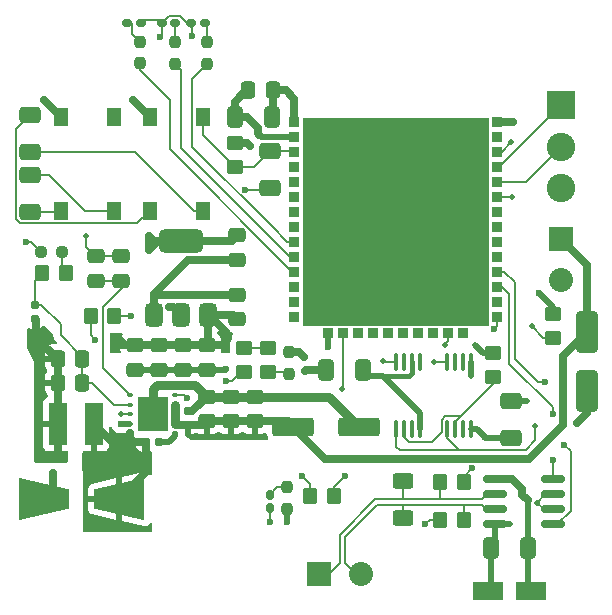
<source format=gtl>
G04 #@! TF.GenerationSoftware,KiCad,Pcbnew,8.0.7*
G04 #@! TF.CreationDate,2025-07-06T21:45:57+02:00*
G04 #@! TF.ProjectId,modbus-to-x,6d6f6462-7573-42d7-946f-2d782e6b6963,rev?*
G04 #@! TF.SameCoordinates,Original*
G04 #@! TF.FileFunction,Copper,L1,Top*
G04 #@! TF.FilePolarity,Positive*
%FSLAX46Y46*%
G04 Gerber Fmt 4.6, Leading zero omitted, Abs format (unit mm)*
G04 Created by KiCad (PCBNEW 8.0.7) date 2025-07-06 21:45:57*
%MOMM*%
%LPD*%
G01*
G04 APERTURE LIST*
G04 Aperture macros list*
%AMRoundRect*
0 Rectangle with rounded corners*
0 $1 Rounding radius*
0 $2 $3 $4 $5 $6 $7 $8 $9 X,Y pos of 4 corners*
0 Add a 4 corners polygon primitive as box body*
4,1,4,$2,$3,$4,$5,$6,$7,$8,$9,$2,$3,0*
0 Add four circle primitives for the rounded corners*
1,1,$1+$1,$2,$3*
1,1,$1+$1,$4,$5*
1,1,$1+$1,$6,$7*
1,1,$1+$1,$8,$9*
0 Add four rect primitives between the rounded corners*
20,1,$1+$1,$2,$3,$4,$5,0*
20,1,$1+$1,$4,$5,$6,$7,0*
20,1,$1+$1,$6,$7,$8,$9,0*
20,1,$1+$1,$8,$9,$2,$3,0*%
%AMOutline4P*
0 Free polygon, 4 corners , with rotation*
0 The origin of the aperture is its center*
0 number of corners: always 4*
0 $1 to $8 corner X, Y*
0 $9 Rotation angle, in degrees counterclockwise*
0 create outline with 4 corners*
4,1,4,$1,$2,$3,$4,$5,$6,$7,$8,$1,$2,$9*%
G04 Aperture macros list end*
G04 #@! TA.AperFunction,SMDPad,CuDef*
%ADD10RoundRect,0.155000X-0.212500X-0.155000X0.212500X-0.155000X0.212500X0.155000X-0.212500X0.155000X0*%
G04 #@! TD*
G04 #@! TA.AperFunction,SMDPad,CuDef*
%ADD11RoundRect,0.250000X-0.475000X0.337500X-0.475000X-0.337500X0.475000X-0.337500X0.475000X0.337500X0*%
G04 #@! TD*
G04 #@! TA.AperFunction,SMDPad,CuDef*
%ADD12RoundRect,0.237500X0.237500X-0.250000X0.237500X0.250000X-0.237500X0.250000X-0.237500X-0.250000X0*%
G04 #@! TD*
G04 #@! TA.AperFunction,SMDPad,CuDef*
%ADD13RoundRect,0.100000X-0.100000X0.637500X-0.100000X-0.637500X0.100000X-0.637500X0.100000X0.637500X0*%
G04 #@! TD*
G04 #@! TA.AperFunction,SMDPad,CuDef*
%ADD14RoundRect,0.250000X-0.450000X0.350000X-0.450000X-0.350000X0.450000X-0.350000X0.450000X0.350000X0*%
G04 #@! TD*
G04 #@! TA.AperFunction,SMDPad,CuDef*
%ADD15RoundRect,0.250000X0.337500X0.475000X-0.337500X0.475000X-0.337500X-0.475000X0.337500X-0.475000X0*%
G04 #@! TD*
G04 #@! TA.AperFunction,SMDPad,CuDef*
%ADD16RoundRect,0.237500X-0.250000X-0.237500X0.250000X-0.237500X0.250000X0.237500X-0.250000X0.237500X0*%
G04 #@! TD*
G04 #@! TA.AperFunction,SMDPad,CuDef*
%ADD17RoundRect,0.250000X-1.050000X-0.550000X1.050000X-0.550000X1.050000X0.550000X-1.050000X0.550000X0*%
G04 #@! TD*
G04 #@! TA.AperFunction,SMDPad,CuDef*
%ADD18RoundRect,0.250000X-1.500000X-0.550000X1.500000X-0.550000X1.500000X0.550000X-1.500000X0.550000X0*%
G04 #@! TD*
G04 #@! TA.AperFunction,SMDPad,CuDef*
%ADD19RoundRect,0.160000X-0.222500X-0.160000X0.222500X-0.160000X0.222500X0.160000X-0.222500X0.160000X0*%
G04 #@! TD*
G04 #@! TA.AperFunction,SMDPad,CuDef*
%ADD20RoundRect,0.250000X0.475000X-0.337500X0.475000X0.337500X-0.475000X0.337500X-0.475000X-0.337500X0*%
G04 #@! TD*
G04 #@! TA.AperFunction,SMDPad,CuDef*
%ADD21RoundRect,0.160000X0.160000X-0.222500X0.160000X0.222500X-0.160000X0.222500X-0.160000X-0.222500X0*%
G04 #@! TD*
G04 #@! TA.AperFunction,SMDPad,CuDef*
%ADD22RoundRect,0.160000X0.222500X0.160000X-0.222500X0.160000X-0.222500X-0.160000X0.222500X-0.160000X0*%
G04 #@! TD*
G04 #@! TA.AperFunction,SMDPad,CuDef*
%ADD23RoundRect,0.375000X0.375000X-0.625000X0.375000X0.625000X-0.375000X0.625000X-0.375000X-0.625000X0*%
G04 #@! TD*
G04 #@! TA.AperFunction,SMDPad,CuDef*
%ADD24RoundRect,0.500000X1.400000X-0.500000X1.400000X0.500000X-1.400000X0.500000X-1.400000X-0.500000X0*%
G04 #@! TD*
G04 #@! TA.AperFunction,SMDPad,CuDef*
%ADD25R,0.838200X0.889000*%
G04 #@! TD*
G04 #@! TA.AperFunction,SMDPad,CuDef*
%ADD26R,0.889000X0.838200*%
G04 #@! TD*
G04 #@! TA.AperFunction,SMDPad,CuDef*
%ADD27R,15.798800X17.602200*%
G04 #@! TD*
G04 #@! TA.AperFunction,ComponentPad*
%ADD28C,0.600000*%
G04 #@! TD*
G04 #@! TA.AperFunction,SMDPad,CuDef*
%ADD29RoundRect,0.250000X0.350000X0.450000X-0.350000X0.450000X-0.350000X-0.450000X0.350000X-0.450000X0*%
G04 #@! TD*
G04 #@! TA.AperFunction,SMDPad,CuDef*
%ADD30RoundRect,0.160000X0.160000X-0.197500X0.160000X0.197500X-0.160000X0.197500X-0.160000X-0.197500X0*%
G04 #@! TD*
G04 #@! TA.AperFunction,SMDPad,CuDef*
%ADD31RoundRect,0.250000X-0.350000X-0.450000X0.350000X-0.450000X0.350000X0.450000X-0.350000X0.450000X0*%
G04 #@! TD*
G04 #@! TA.AperFunction,SMDPad,CuDef*
%ADD32RoundRect,0.250000X-0.650000X0.412500X-0.650000X-0.412500X0.650000X-0.412500X0.650000X0.412500X0*%
G04 #@! TD*
G04 #@! TA.AperFunction,SMDPad,CuDef*
%ADD33RoundRect,0.250000X-0.412500X-0.650000X0.412500X-0.650000X0.412500X0.650000X-0.412500X0.650000X0*%
G04 #@! TD*
G04 #@! TA.AperFunction,ComponentPad*
%ADD34R,2.032000X2.032000*%
G04 #@! TD*
G04 #@! TA.AperFunction,ComponentPad*
%ADD35C,2.032000*%
G04 #@! TD*
G04 #@! TA.AperFunction,SMDPad,CuDef*
%ADD36R,1.300000X1.550000*%
G04 #@! TD*
G04 #@! TA.AperFunction,SMDPad,CuDef*
%ADD37RoundRect,0.250000X0.412500X0.650000X-0.412500X0.650000X-0.412500X-0.650000X0.412500X-0.650000X0*%
G04 #@! TD*
G04 #@! TA.AperFunction,SMDPad,CuDef*
%ADD38Outline4P,-2.150000X-1.800000X2.150000X-0.800000X2.150000X0.800000X-2.150000X1.800000X180.000000*%
G04 #@! TD*
G04 #@! TA.AperFunction,SMDPad,CuDef*
%ADD39Outline4P,-2.150000X-1.800000X2.150000X-0.800000X2.150000X0.800000X-2.150000X1.800000X0.000000*%
G04 #@! TD*
G04 #@! TA.AperFunction,SMDPad,CuDef*
%ADD40RoundRect,0.155000X0.155000X-0.212500X0.155000X0.212500X-0.155000X0.212500X-0.155000X-0.212500X0*%
G04 #@! TD*
G04 #@! TA.AperFunction,SMDPad,CuDef*
%ADD41O,0.599999X0.299999*%
G04 #@! TD*
G04 #@! TA.AperFunction,SMDPad,CuDef*
%ADD42R,2.600000X2.999999*%
G04 #@! TD*
G04 #@! TA.AperFunction,ComponentPad*
%ADD43C,0.499999*%
G04 #@! TD*
G04 #@! TA.AperFunction,SMDPad,CuDef*
%ADD44RoundRect,0.250000X-0.650000X1.500000X-0.650000X-1.500000X0.650000X-1.500000X0.650000X1.500000X0*%
G04 #@! TD*
G04 #@! TA.AperFunction,SMDPad,CuDef*
%ADD45RoundRect,0.250000X-0.625000X0.400000X-0.625000X-0.400000X0.625000X-0.400000X0.625000X0.400000X0*%
G04 #@! TD*
G04 #@! TA.AperFunction,SMDPad,CuDef*
%ADD46RoundRect,0.150000X0.825000X0.150000X-0.825000X0.150000X-0.825000X-0.150000X0.825000X-0.150000X0*%
G04 #@! TD*
G04 #@! TA.AperFunction,SMDPad,CuDef*
%ADD47RoundRect,0.250000X0.450000X-0.350000X0.450000X0.350000X-0.450000X0.350000X-0.450000X-0.350000X0*%
G04 #@! TD*
G04 #@! TA.AperFunction,SMDPad,CuDef*
%ADD48R,1.500000X3.600000*%
G04 #@! TD*
G04 #@! TA.AperFunction,SMDPad,CuDef*
%ADD49RoundRect,0.250000X0.650000X-0.412500X0.650000X0.412500X-0.650000X0.412500X-0.650000X-0.412500X0*%
G04 #@! TD*
G04 #@! TA.AperFunction,SMDPad,CuDef*
%ADD50RoundRect,0.237500X-0.237500X0.250000X-0.237500X-0.250000X0.237500X-0.250000X0.237500X0.250000X0*%
G04 #@! TD*
G04 #@! TA.AperFunction,ComponentPad*
%ADD51R,2.413000X2.413000*%
G04 #@! TD*
G04 #@! TA.AperFunction,ComponentPad*
%ADD52C,2.413000*%
G04 #@! TD*
G04 #@! TA.AperFunction,ViaPad*
%ADD53C,0.600000*%
G04 #@! TD*
G04 #@! TA.AperFunction,ViaPad*
%ADD54C,0.500000*%
G04 #@! TD*
G04 #@! TA.AperFunction,Conductor*
%ADD55C,0.200000*%
G04 #@! TD*
G04 #@! TA.AperFunction,Conductor*
%ADD56C,0.635000*%
G04 #@! TD*
G04 #@! TA.AperFunction,Conductor*
%ADD57C,0.800000*%
G04 #@! TD*
G04 #@! TA.AperFunction,Conductor*
%ADD58C,0.500000*%
G04 #@! TD*
G04 #@! TA.AperFunction,Conductor*
%ADD59C,0.550000*%
G04 #@! TD*
G04 #@! TA.AperFunction,Conductor*
%ADD60C,0.400000*%
G04 #@! TD*
G04 APERTURE END LIST*
D10*
X89327000Y-115618800D03*
X90462000Y-115618800D03*
D11*
X85064600Y-99902100D03*
X85064600Y-101977100D03*
X96498500Y-111787300D03*
X96498500Y-113862300D03*
D12*
X91750000Y-83575000D03*
X91750000Y-81750000D03*
D13*
X116802900Y-108825500D03*
X116152900Y-108825500D03*
X115502900Y-108825500D03*
X114852900Y-108825500D03*
X114852900Y-114550500D03*
X115502900Y-114550500D03*
X116152900Y-114550500D03*
X116802900Y-114550500D03*
D14*
X123799600Y-104765600D03*
X123799600Y-106765600D03*
D11*
X98530500Y-111787300D03*
X98530500Y-113862300D03*
D15*
X83925500Y-108563800D03*
X81850500Y-108563800D03*
D16*
X80427250Y-99510150D03*
X82252250Y-99510150D03*
D17*
X118291200Y-128219200D03*
X121891200Y-128219200D03*
D18*
X101801100Y-114329600D03*
X107401100Y-114329600D03*
D13*
X112484900Y-108825500D03*
X111834900Y-108825500D03*
X111184900Y-108825500D03*
X110534900Y-108825500D03*
X110534900Y-114550500D03*
X111184900Y-114550500D03*
X111834900Y-114550500D03*
X112484900Y-114550500D03*
D19*
X90677500Y-80162500D03*
X91822500Y-80162500D03*
D12*
X101299100Y-121287300D03*
X101299100Y-119462300D03*
D20*
X90402500Y-109474300D03*
X90402500Y-107399300D03*
D21*
X99825900Y-121215000D03*
X99825900Y-120070000D03*
D22*
X88862900Y-80162400D03*
X87717900Y-80162400D03*
D23*
X90007500Y-104855800D03*
X92307500Y-104855800D03*
D24*
X92307500Y-98555800D03*
D23*
X94607500Y-104855800D03*
D25*
X101887600Y-88482100D03*
X101887600Y-89752100D03*
X101887600Y-91022100D03*
X101887600Y-92292100D03*
X101887600Y-93562100D03*
X101887600Y-94832100D03*
X101887600Y-96102100D03*
X101887600Y-97372100D03*
X101887600Y-98642100D03*
X101887600Y-99912100D03*
X101887600Y-101182100D03*
X101887600Y-102452100D03*
X101887600Y-103722100D03*
X101887600Y-104992100D03*
D26*
X104753500Y-106416700D03*
X106023500Y-106416700D03*
X107293500Y-106416700D03*
X108563500Y-106416700D03*
X109833500Y-106416700D03*
X111103500Y-106416700D03*
X112373500Y-106416700D03*
X113643500Y-106416700D03*
X114913500Y-106416700D03*
X116183500Y-106416700D03*
D25*
X119049400Y-104992100D03*
X119049400Y-103722100D03*
X119049400Y-102452100D03*
X119049400Y-101182100D03*
X119049400Y-99912100D03*
X119049400Y-98642100D03*
X119049400Y-97372100D03*
X119049400Y-96102100D03*
X119049400Y-94832100D03*
X119049400Y-93562100D03*
X119049400Y-92292100D03*
X119049400Y-91022100D03*
X119049400Y-89752100D03*
X119049400Y-88482100D03*
D27*
X110468500Y-96985500D03*
D28*
X104468500Y-88585800D03*
X104468500Y-92585800D03*
X104468500Y-96585800D03*
X104468500Y-101085800D03*
X108468500Y-88585800D03*
X108468500Y-92585800D03*
X108468500Y-96585800D03*
X108468500Y-101085800D03*
X112468500Y-88585800D03*
X112468500Y-92585800D03*
X112468500Y-96585800D03*
X112468500Y-101085800D03*
X116468500Y-88585800D03*
X116468500Y-92585800D03*
X116468500Y-96585800D03*
X116468500Y-101085800D03*
D29*
X86632800Y-104952800D03*
X84632800Y-104952800D03*
D30*
X79908400Y-105194700D03*
X79908400Y-103999700D03*
D12*
X94500000Y-83575000D03*
X94500000Y-81750000D03*
D31*
X114214400Y-118973600D03*
X116214400Y-118973600D03*
D20*
X94466500Y-109474300D03*
X94466500Y-107399300D03*
D32*
X99800500Y-90999300D03*
X99800500Y-94124300D03*
D12*
X88849200Y-83542500D03*
X88849200Y-81717500D03*
D33*
X104562600Y-109503600D03*
X107687600Y-109503600D03*
D34*
X104015600Y-126798400D03*
D35*
X107515600Y-126798400D03*
D34*
X124438500Y-98403800D03*
D35*
X124438500Y-101903800D03*
D11*
X97028000Y-98124100D03*
X97028000Y-100199100D03*
D14*
X118723500Y-108097200D03*
X118723500Y-110097200D03*
D36*
X89676500Y-96028800D03*
X89676500Y-88078800D03*
X94176500Y-96028800D03*
X94176500Y-88078800D03*
D37*
X99966000Y-88116800D03*
X96841000Y-88116800D03*
D36*
X82147500Y-96028800D03*
X82147500Y-88078800D03*
X86647500Y-96028800D03*
X86647500Y-88078800D03*
D32*
X79502000Y-92976300D03*
X79502000Y-96101300D03*
D31*
X103241600Y-120142000D03*
X105241600Y-120142000D03*
D38*
X87070800Y-120446800D03*
D39*
X80670800Y-120446800D03*
D40*
X92917100Y-114156300D03*
X92917100Y-113021300D03*
D41*
X91794499Y-114862799D03*
X91794499Y-114062801D03*
X91794499Y-113262800D03*
X91794499Y-112462799D03*
X91794499Y-111662801D03*
X87994501Y-111662801D03*
X87994501Y-112462799D03*
X87994501Y-113262800D03*
X87994501Y-114062801D03*
X87994501Y-114862799D03*
D42*
X89894500Y-113262800D03*
D43*
X90894501Y-113262800D03*
X89894500Y-114462800D03*
X89894500Y-113262800D03*
X89894500Y-112062800D03*
X88894502Y-113262800D03*
D20*
X97028000Y-105228300D03*
X97028000Y-103153300D03*
D44*
X126699100Y-106277800D03*
X126699100Y-111277800D03*
D45*
X111099600Y-118947600D03*
X111099600Y-122047600D03*
D33*
X118528700Y-124612400D03*
X121653700Y-124612400D03*
D46*
X123789300Y-122584600D03*
X123789300Y-121314600D03*
X123789300Y-120044600D03*
X123789300Y-118774600D03*
X118839300Y-118774600D03*
X118839300Y-120044600D03*
X118839300Y-121314600D03*
X118839300Y-122584600D03*
D47*
X99673500Y-109690800D03*
X99673500Y-107690800D03*
D14*
X96879500Y-90291800D03*
X96879500Y-92291800D03*
D20*
X92434500Y-109474300D03*
X92434500Y-107399300D03*
D31*
X114214400Y-122174000D03*
X116214400Y-122174000D03*
D19*
X93177500Y-80162500D03*
X94322500Y-80162500D03*
D48*
X84942500Y-114094800D03*
X81892500Y-114094800D03*
D47*
X97641500Y-109690800D03*
X97641500Y-107690800D03*
D15*
X100076000Y-85830800D03*
X98001000Y-85830800D03*
D20*
X88370500Y-109474300D03*
X88370500Y-107399300D03*
D11*
X94466500Y-111787300D03*
X94466500Y-113862300D03*
D49*
X120247500Y-115231700D03*
X120247500Y-112106700D03*
D50*
X101451500Y-108032300D03*
X101451500Y-109857300D03*
D11*
X87249000Y-99902100D03*
X87249000Y-101977100D03*
D51*
X124438500Y-87100800D03*
D52*
X124438500Y-90600800D03*
X124438500Y-94100800D03*
D15*
X83925500Y-110595800D03*
X81850500Y-110595800D03*
D49*
X79502000Y-91033600D03*
X79502000Y-87908600D03*
D29*
X82542950Y-101338950D03*
X80542950Y-101338950D03*
D53*
X86664800Y-107696000D03*
X80264000Y-112420400D03*
X96117500Y-107420800D03*
D54*
X87024300Y-106862000D03*
X81892500Y-116819800D03*
X80010000Y-107188000D03*
D53*
X101887600Y-87172700D03*
X112979200Y-122580400D03*
D54*
X81432400Y-118262400D03*
D53*
X99825900Y-122406800D03*
X93250000Y-81250000D03*
D54*
X113694300Y-108843200D03*
D53*
X88188800Y-86664800D03*
X80721200Y-86652500D03*
D54*
X120095100Y-118774600D03*
X102772300Y-109605200D03*
D53*
X96117500Y-109452800D03*
D54*
X121615200Y-112106700D03*
D53*
X90525600Y-81330800D03*
X125835500Y-114024800D03*
X120374500Y-88497800D03*
X87172800Y-114062801D03*
X104753500Y-107547800D03*
X90017600Y-103073200D03*
X97750000Y-94250000D03*
D54*
X102721500Y-108436800D03*
D53*
X79146400Y-98704400D03*
D54*
X109376300Y-108792400D03*
X84277200Y-98196400D03*
D53*
X118785339Y-106061820D03*
X86647500Y-88078800D03*
X91287600Y-104140000D03*
X122580400Y-102971600D03*
X101299100Y-122406800D03*
X89560400Y-98145600D03*
D54*
X109376300Y-110011600D03*
X117195600Y-107391200D03*
X120145900Y-122559200D03*
X117910700Y-115091600D03*
D53*
X95043000Y-98555800D03*
X116941600Y-117847400D03*
X98907600Y-89611200D03*
X102565200Y-118516400D03*
X98145600Y-90576400D03*
D54*
X116802900Y-110011600D03*
D53*
X89611200Y-99314000D03*
D54*
X120247500Y-90250400D03*
D53*
X118723500Y-110097200D03*
D54*
X121970800Y-105765600D03*
X120294400Y-94843600D03*
X122275600Y-114249200D03*
X87202400Y-113262800D03*
D53*
X85039200Y-106934000D03*
X88036400Y-104952800D03*
D54*
X105918000Y-111099600D03*
D53*
X92811600Y-111912400D03*
X96113600Y-110439200D03*
X106172000Y-118516400D03*
D54*
X122428000Y-120751600D03*
X114604800Y-107391200D03*
D53*
X123088400Y-110540800D03*
X123748800Y-117144800D03*
X123794900Y-113233200D03*
X124714000Y-115824000D03*
D55*
X88392000Y-91033600D02*
X79502000Y-91033600D01*
X93387200Y-96028800D02*
X88392000Y-91033600D01*
X94176500Y-96028800D02*
X93387200Y-96028800D01*
X82075000Y-96101300D02*
X79502000Y-96101300D01*
X82147500Y-96028800D02*
X82075000Y-96101300D01*
X79146400Y-98704400D02*
X79621500Y-98704400D01*
X79621500Y-98704400D02*
X80427250Y-99510150D01*
X79908400Y-101973500D02*
X79908400Y-103999700D01*
X80542950Y-101338950D02*
X79908400Y-101973500D01*
X116214400Y-120990200D02*
X116128800Y-120904600D01*
X116214400Y-122174000D02*
X116214400Y-120990200D01*
X118164300Y-121314600D02*
X118839300Y-121314600D01*
X117754300Y-120904600D02*
X118164300Y-121314600D01*
X116128800Y-120904600D02*
X117754300Y-120904600D01*
X115997600Y-113415200D02*
X115982244Y-113415200D01*
X118723500Y-110689300D02*
X115997600Y-113415200D01*
X118723500Y-110097200D02*
X118723500Y-110689300D01*
X111566444Y-115588000D02*
X111184900Y-115206456D01*
X113502700Y-115588000D02*
X111566444Y-115588000D01*
X114352900Y-113744544D02*
X114352900Y-114737800D01*
X111184900Y-115206456D02*
X111184900Y-114550500D01*
X114661044Y-113436400D02*
X114352900Y-113744544D01*
X115961044Y-113436400D02*
X114661044Y-113436400D01*
X114352900Y-114737800D02*
X113502700Y-115588000D01*
X115982244Y-113415200D02*
X115961044Y-113436400D01*
X90423400Y-79908400D02*
X90677500Y-80162500D01*
X89116900Y-79908400D02*
X90423400Y-79908400D01*
X88862900Y-80162400D02*
X89116900Y-79908400D01*
X88188800Y-86664800D02*
X88262500Y-86664800D01*
D56*
X88262500Y-86664800D02*
X89676500Y-88078800D01*
X80721200Y-86652500D02*
X82147500Y-88078800D01*
D55*
X91350000Y-86642500D02*
X91350000Y-90838100D01*
X88849200Y-84141700D02*
X91350000Y-86642500D01*
X101694000Y-101182100D02*
X101887600Y-101182100D01*
X88849200Y-83542500D02*
X88849200Y-84141700D01*
X91350000Y-90838100D02*
X101694000Y-101182100D01*
X88177500Y-81045800D02*
X88849200Y-81717500D01*
X88177500Y-80162500D02*
X88177500Y-81045800D01*
X90677500Y-81178900D02*
X90677500Y-80162500D01*
X90525600Y-81330800D02*
X90677500Y-81178900D01*
X101486900Y-99912100D02*
X101887600Y-99912100D01*
X92303600Y-90728800D02*
X101486900Y-99912100D01*
X92303600Y-84128600D02*
X92303600Y-90728800D01*
X91750000Y-83575000D02*
X92303600Y-84128600D01*
X93226500Y-90627972D02*
X100049264Y-97450736D01*
X94500000Y-83575000D02*
X93226500Y-84848500D01*
X93226500Y-84848500D02*
X93226500Y-90627972D01*
D56*
X80010000Y-105296300D02*
X79908400Y-105194700D01*
X95010000Y-105258300D02*
X94607500Y-104855800D01*
X80010000Y-107188000D02*
X80474700Y-107188000D01*
X81892500Y-114094800D02*
X81892500Y-110637800D01*
X92434500Y-107399300D02*
X94466500Y-107399300D01*
X86961500Y-107399300D02*
X86664800Y-107696000D01*
X96117500Y-106328300D02*
X94645000Y-104855800D01*
X80474700Y-107188000D02*
X81850500Y-108563800D01*
X94607500Y-104855800D02*
X94607500Y-107258300D01*
X94607500Y-107258300D02*
X94466500Y-107399300D01*
X94645000Y-104855800D02*
X94607500Y-104855800D01*
X88370500Y-107399300D02*
X90402500Y-107399300D01*
X88370500Y-107399300D02*
X86961500Y-107399300D01*
X96117500Y-107420800D02*
X96117500Y-106328300D01*
X94466500Y-107399300D02*
X96096000Y-107399300D01*
X81892500Y-116819800D02*
X81892500Y-114094800D01*
X96655500Y-104855800D02*
X97028000Y-105228300D01*
X81892500Y-110637800D02*
X81850500Y-110595800D01*
X96096000Y-107399300D02*
X96117500Y-107420800D01*
X94607500Y-104855800D02*
X96655500Y-104855800D01*
X87024300Y-106862000D02*
X87561600Y-107399300D01*
X80010000Y-107188000D02*
X80010000Y-105296300D01*
X87561600Y-107399300D02*
X88370500Y-107399300D01*
X81850500Y-114052800D02*
X81892500Y-114094800D01*
X90402500Y-107399300D02*
X92434500Y-107399300D01*
X81850500Y-110595800D02*
X81850500Y-108563800D01*
X121153300Y-120074220D02*
X121153300Y-119578500D01*
D57*
X94466500Y-111787300D02*
X96498500Y-111787300D01*
D55*
X97750000Y-94250000D02*
X99674800Y-94250000D01*
D57*
X94466500Y-111787300D02*
X93474000Y-110794800D01*
D56*
X102873900Y-109503600D02*
X102772300Y-109605200D01*
D58*
X90402500Y-109474300D02*
X88370500Y-109474300D01*
X120358800Y-88482100D02*
X120374500Y-88497800D01*
X121615200Y-112106700D02*
X120247500Y-112106700D01*
D56*
X90017600Y-104845700D02*
X90017600Y-103073200D01*
X121653700Y-120553100D02*
X121632180Y-120553100D01*
X121153300Y-119578500D02*
X120349400Y-118774600D01*
X92891700Y-100199100D02*
X97028000Y-100199100D01*
X94466500Y-111787300D02*
X93249800Y-113004000D01*
X90097700Y-103153300D02*
X97028000Y-103153300D01*
D55*
X91297500Y-79542500D02*
X90677500Y-80162500D01*
D58*
X121653700Y-127981700D02*
X121891200Y-128219200D01*
D55*
X87249000Y-99902100D02*
X85064600Y-99902100D01*
D56*
X104562600Y-109503600D02*
X102873900Y-109503600D01*
X102721500Y-108436800D02*
X102317000Y-108032300D01*
D55*
X113712000Y-108825500D02*
X113694300Y-108843200D01*
X93250000Y-80552528D02*
X92239972Y-79542500D01*
X114214400Y-122174000D02*
X113385600Y-122174000D01*
X110534900Y-108825500D02*
X109409400Y-108825500D01*
D57*
X104858800Y-111787300D02*
X107401100Y-114329600D01*
D59*
X87172800Y-114062801D02*
X87994501Y-114062801D01*
D56*
X121632180Y-120553100D02*
X121153300Y-120074220D01*
X81432400Y-119735600D02*
X80670800Y-120497200D01*
X125835500Y-114024800D02*
X126699100Y-113161200D01*
D58*
X121653700Y-124612400D02*
X121653700Y-120553100D01*
D55*
X99674800Y-94250000D02*
X99800500Y-94124300D01*
D57*
X89894500Y-111127801D02*
X89894500Y-112062800D01*
D58*
X96096000Y-109474300D02*
X92434500Y-109474300D01*
D56*
X90017600Y-103073200D02*
X92891700Y-100199100D01*
D58*
X100076000Y-88006800D02*
X99966000Y-88116800D01*
D57*
X98530500Y-111787300D02*
X104858800Y-111787300D01*
D56*
X93249800Y-113004000D02*
X92917100Y-113004000D01*
X101887600Y-86546000D02*
X101172400Y-85830800D01*
D55*
X93250000Y-81250000D02*
X93250000Y-80552528D01*
D57*
X93474000Y-110794800D02*
X90227501Y-110794800D01*
D56*
X120349400Y-118774600D02*
X120095100Y-118774600D01*
D55*
X113385600Y-122174000D02*
X112979200Y-122580400D01*
D57*
X90227501Y-110794800D02*
X89894500Y-111127801D01*
D58*
X104753500Y-106416700D02*
X104753500Y-107547800D01*
X121653700Y-124612400D02*
X121653700Y-127981700D01*
X96117500Y-109452800D02*
X96096000Y-109474300D01*
D56*
X90017600Y-103073200D02*
X90097700Y-103153300D01*
X101887600Y-87172700D02*
X101887600Y-88482100D01*
D55*
X80670800Y-120497200D02*
X80670800Y-120446800D01*
X84277200Y-98196400D02*
X84277200Y-99114700D01*
X84277200Y-99114700D02*
X85064600Y-99902100D01*
D58*
X92434500Y-109474300D02*
X90402500Y-109474300D01*
D55*
X109409400Y-108825500D02*
X109376300Y-108792400D01*
D57*
X96498500Y-111787300D02*
X98530500Y-111787300D01*
D56*
X102317000Y-108032300D02*
X101451500Y-108032300D01*
X120095100Y-118774600D02*
X118839300Y-118774600D01*
D58*
X90007500Y-104855800D02*
X90017600Y-104845700D01*
D56*
X119049400Y-88482100D02*
X120358800Y-88482100D01*
D55*
X92239972Y-79542500D02*
X91297500Y-79542500D01*
D56*
X100076000Y-85830800D02*
X100076000Y-88006800D01*
D55*
X99825900Y-122406800D02*
X99825900Y-121215000D01*
D56*
X126699100Y-113161200D02*
X126699100Y-111277800D01*
D55*
X114852900Y-108825500D02*
X113712000Y-108825500D01*
D56*
X101887600Y-87172700D02*
X101887600Y-86546000D01*
X101172400Y-85830800D02*
X100076000Y-85830800D01*
X81432400Y-118262400D02*
X81432400Y-119735600D01*
D55*
X94176500Y-88078800D02*
X94176500Y-89588800D01*
X94176500Y-89588800D02*
X96879500Y-92291800D01*
X101864800Y-90999300D02*
X101887600Y-91022100D01*
X98508000Y-92291800D02*
X99800500Y-90999300D01*
X99800500Y-90999300D02*
X101864800Y-90999300D01*
X96879500Y-92291800D02*
X98508000Y-92291800D01*
X119049400Y-105797759D02*
X119049400Y-104992100D01*
X118785339Y-106061820D02*
X119049400Y-105797759D01*
X116214400Y-118973600D02*
X116214400Y-118574600D01*
D58*
X101299100Y-122406800D02*
X101299100Y-121287300D01*
X99048500Y-89752100D02*
X101887600Y-89752100D01*
X108195600Y-110011600D02*
X109376300Y-110011600D01*
D56*
X91287600Y-104140000D02*
X91591700Y-104140000D01*
D58*
X117901600Y-108097200D02*
X118723500Y-108097200D01*
D56*
X97870400Y-88116800D02*
X98786000Y-89032400D01*
D60*
X111560700Y-110011600D02*
X111834900Y-109737400D01*
D58*
X120145900Y-122559200D02*
X120120500Y-122584600D01*
D60*
X109376300Y-110011600D02*
X111560700Y-110011600D01*
D56*
X89970600Y-98555800D02*
X89560400Y-98145600D01*
D58*
X120120500Y-122584600D02*
X118839300Y-122584600D01*
D56*
X98001000Y-85830800D02*
X97811200Y-85830800D01*
X91591700Y-104140000D02*
X92307500Y-104855800D01*
X92307500Y-98555800D02*
X89970600Y-98555800D01*
D58*
X118839300Y-124301800D02*
X118528700Y-124612400D01*
D56*
X95043000Y-98555800D02*
X96596300Y-98555800D01*
X89611200Y-99314000D02*
X89611200Y-98196400D01*
D58*
X98907600Y-89611200D02*
X99048500Y-89752100D01*
D56*
X97811200Y-85830800D02*
X96841000Y-86801000D01*
D58*
X118839300Y-122584600D02*
X118839300Y-124301800D01*
D55*
X103241600Y-119192800D02*
X102565200Y-118516400D01*
D56*
X95043000Y-98555800D02*
X92307500Y-98555800D01*
X89611200Y-98196400D02*
X89560400Y-98145600D01*
X98145600Y-90576400D02*
X97861000Y-90291800D01*
D58*
X118528700Y-124612400D02*
X118528700Y-127981700D01*
D56*
X96841000Y-86801000D02*
X96841000Y-88116800D01*
D58*
X112484900Y-113120200D02*
X109376300Y-110011600D01*
X118528700Y-127981700D02*
X118291200Y-128219200D01*
X107687600Y-109503600D02*
X108195600Y-110011600D01*
X116802900Y-114550500D02*
X117369600Y-114550500D01*
X122580400Y-102971600D02*
X123799600Y-104190800D01*
X123799600Y-104190800D02*
X123799600Y-104765600D01*
X116802900Y-110011600D02*
X116802900Y-108825500D01*
D56*
X92307500Y-98555800D02*
X90369400Y-98555800D01*
D55*
X103241600Y-120142000D02*
X103241600Y-119192800D01*
D58*
X120247500Y-115231700D02*
X118050800Y-115231700D01*
D56*
X90369400Y-98555800D02*
X89611200Y-99314000D01*
X98786000Y-89489600D02*
X98907600Y-89611200D01*
X96841000Y-88116800D02*
X97870400Y-88116800D01*
D55*
X116214400Y-118574600D02*
X116941600Y-117847400D01*
D56*
X98786000Y-89032400D02*
X98786000Y-89489600D01*
D58*
X117195600Y-107391200D02*
X117901600Y-108097200D01*
X117369600Y-114550500D02*
X117910700Y-115091600D01*
D56*
X96596300Y-98555800D02*
X97028000Y-98124100D01*
X97861000Y-90291800D02*
X96879500Y-90291800D01*
D58*
X118050800Y-115231700D02*
X117910700Y-115091600D01*
X112484900Y-114550500D02*
X112484900Y-113120200D01*
D60*
X111834900Y-109737400D02*
X111834900Y-108825500D01*
D56*
X89327000Y-118190600D02*
X87070800Y-120446800D01*
X89327000Y-115618800D02*
X89327000Y-118190600D01*
X87994501Y-115613799D02*
X87989500Y-115618800D01*
X87994501Y-114862799D02*
X87994501Y-115613799D01*
X86466500Y-115618800D02*
X87989500Y-115618800D01*
X84942500Y-114094800D02*
X86466500Y-115618800D01*
X87989500Y-115618800D02*
X89327000Y-115618800D01*
D58*
X91272300Y-115618800D02*
X91794499Y-115096601D01*
X91794499Y-115096601D02*
X91794499Y-114928302D01*
X91104001Y-115618800D02*
X91272300Y-115618800D01*
X90462000Y-115618800D02*
X91104001Y-115618800D01*
D55*
X101299100Y-119462300D02*
X100433600Y-119462300D01*
X100433600Y-119462300D02*
X99825900Y-120070000D01*
X119247200Y-92292100D02*
X119049400Y-92292100D01*
X124438500Y-87100800D02*
X119247200Y-92292100D01*
X124438500Y-90600800D02*
X121477200Y-93562100D01*
X121477200Y-93562100D02*
X119049400Y-93562100D01*
D57*
X91794499Y-112462799D02*
X91794499Y-113262800D01*
D56*
X101801100Y-114329600D02*
X101333800Y-113862300D01*
X94466500Y-113862300D02*
X94172500Y-114156300D01*
X126699100Y-100664400D02*
X126699100Y-106277800D01*
X104501400Y-117029900D02*
X121763600Y-117029900D01*
X94172500Y-114156300D02*
X92917100Y-114156300D01*
X101333800Y-113862300D02*
X96498500Y-113862300D01*
X92917100Y-114156300D02*
X91887998Y-114156300D01*
X121763600Y-117029900D02*
X124612400Y-114181100D01*
X124612400Y-108364500D02*
X126699100Y-106277800D01*
X96498500Y-113862300D02*
X94466500Y-113862300D01*
X124612400Y-114181100D02*
X124612400Y-108364500D01*
D57*
X91794499Y-113262800D02*
X91794499Y-114062801D01*
D56*
X124438500Y-98403800D02*
X126699100Y-100664400D01*
X91887998Y-114156300D02*
X91794499Y-114062801D01*
X101801100Y-114329600D02*
X104501400Y-117029900D01*
D55*
X119049400Y-91022100D02*
X119475800Y-91022100D01*
X119475800Y-91022100D02*
X120247500Y-90250400D01*
X114852900Y-115285000D02*
X115827900Y-116260000D01*
X122970800Y-106765600D02*
X121970800Y-105765600D01*
X123799600Y-106765600D02*
X122970800Y-106765600D01*
X114852900Y-114550500D02*
X114852900Y-115285000D01*
X122275600Y-114249200D02*
X122275600Y-115451100D01*
X121466700Y-116260000D02*
X110798700Y-116260000D01*
X120282900Y-94832100D02*
X119049400Y-94832100D01*
X120294400Y-94843600D02*
X120282900Y-94832100D01*
X110534900Y-115996200D02*
X110534900Y-114550500D01*
X122275600Y-115451100D02*
X121466700Y-116260000D01*
X110798700Y-116260000D02*
X110534900Y-115996200D01*
X85039200Y-106934000D02*
X84632800Y-106527600D01*
X84632800Y-106527600D02*
X84632800Y-104952800D01*
X87202400Y-113262800D02*
X87994501Y-113262800D01*
X106023500Y-110994100D02*
X106023500Y-106416700D01*
X88036400Y-104952800D02*
X86632800Y-104952800D01*
X105918000Y-111099600D02*
X106023500Y-110994100D01*
X99673500Y-109690800D02*
X101285000Y-109690800D01*
X101285000Y-109690800D02*
X101451500Y-109857300D01*
X97641500Y-107690800D02*
X99673500Y-107690800D01*
X83925500Y-108411100D02*
X82092800Y-106578400D01*
X82092800Y-105613200D02*
X80479300Y-103999700D01*
X83925500Y-108563800D02*
X83925500Y-108512700D01*
X82092800Y-106578400D02*
X82092800Y-105613200D01*
X83925500Y-108563800D02*
X83925500Y-108411100D01*
X87994501Y-112462799D02*
X86653488Y-112462799D01*
X84786489Y-110595800D02*
X83925500Y-110595800D01*
X80479300Y-103999700D02*
X79908400Y-103999700D01*
X86653488Y-112462799D02*
X84786489Y-110595800D01*
X83925500Y-108563800D02*
X83925500Y-110595800D01*
X82252250Y-99510150D02*
X82252250Y-101048250D01*
X82252250Y-101048250D02*
X82542950Y-101338950D01*
X97641500Y-109690800D02*
X97319200Y-109690800D01*
X96570800Y-110439200D02*
X96113600Y-110439200D01*
X97319200Y-109690800D02*
X96570800Y-110439200D01*
X92562001Y-111662801D02*
X91794499Y-111662801D01*
X92811600Y-111912400D02*
X92562001Y-111662801D01*
X107515600Y-126798400D02*
X107078311Y-126798400D01*
X106162311Y-123670289D02*
X106162311Y-125882400D01*
X111099600Y-122047600D02*
X111099600Y-120904600D01*
X108928000Y-120904600D02*
X106162311Y-123670289D01*
X111099600Y-120904600D02*
X108928000Y-120904600D01*
X107078311Y-126798400D02*
X106162311Y-125882400D01*
X116128800Y-120904600D02*
X111099600Y-120904600D01*
X114913500Y-106416700D02*
X114913500Y-107082500D01*
X105241600Y-119446800D02*
X106172000Y-118516400D01*
X123135000Y-120044600D02*
X123789300Y-120044600D01*
X105241600Y-120142000D02*
X105241600Y-119446800D01*
X123789300Y-121314600D02*
X122991000Y-121314600D01*
X114913500Y-107082500D02*
X114604800Y-107391200D01*
X122991000Y-121314600D02*
X122428000Y-120751600D01*
X122428000Y-120751600D02*
X123135000Y-120044600D01*
X87274400Y-102565200D02*
X87274400Y-102002500D01*
X87994501Y-111662801D02*
X85648800Y-109317100D01*
X87249000Y-101977100D02*
X85064600Y-101977100D01*
X85648800Y-104190800D02*
X87274400Y-102565200D01*
X87274400Y-102002500D02*
X87249000Y-101977100D01*
X85648800Y-109317100D02*
X85648800Y-104190800D01*
X94500000Y-81750000D02*
X94500000Y-80340000D01*
X94500000Y-80340000D02*
X94322500Y-80162500D01*
X91750000Y-80235000D02*
X91822500Y-80162500D01*
X91750000Y-81750000D02*
X91750000Y-80235000D01*
X84172500Y-96028800D02*
X86647500Y-96028800D01*
X79502000Y-92976300D02*
X81120000Y-92976300D01*
X81120000Y-92976300D02*
X84172500Y-96028800D01*
X88601500Y-97103800D02*
X78657256Y-97103800D01*
X78657256Y-97103800D02*
X78302000Y-96748544D01*
X89676500Y-96028800D02*
X88601500Y-97103800D01*
X78302000Y-96748544D02*
X78302000Y-89108600D01*
X78302000Y-89108600D02*
X79502000Y-87908600D01*
X114214400Y-120438600D02*
X114198400Y-120454600D01*
X104015600Y-126798400D02*
X104796311Y-126798400D01*
X108741600Y-120454600D02*
X105712311Y-123483889D01*
X111099600Y-120454600D02*
X114198400Y-120454600D01*
X114198400Y-120454600D02*
X117754300Y-120454600D01*
X114214400Y-118973600D02*
X114214400Y-120438600D01*
X111099600Y-118947600D02*
X111099600Y-120454600D01*
X117754300Y-120454600D02*
X118164300Y-120044600D01*
X104796311Y-126798400D02*
X105712311Y-125882400D01*
X105712311Y-123483889D02*
X105712311Y-125882400D01*
X111099600Y-120454600D02*
X108741600Y-120454600D01*
X118164300Y-120044600D02*
X118839300Y-120044600D01*
X119049400Y-101182100D02*
X119673300Y-101182100D01*
X120548400Y-102057200D02*
X120548400Y-108610400D01*
X120548400Y-108610400D02*
X122478800Y-110540800D01*
X123748800Y-118734100D02*
X123789300Y-118774600D01*
X123748800Y-117144800D02*
X123748800Y-118734100D01*
X122478800Y-110540800D02*
X123088400Y-110540800D01*
X119673300Y-101182100D02*
X120548400Y-102057200D01*
X125272800Y-121446652D02*
X124134852Y-122584600D01*
X123794900Y-112669700D02*
X120091200Y-108966000D01*
X124714000Y-115824000D02*
X125272800Y-116382800D01*
X123794900Y-113233200D02*
X123794900Y-112669700D01*
X119470100Y-102452100D02*
X119049400Y-102452100D01*
X124134852Y-122584600D02*
X123789300Y-122584600D01*
X120091200Y-108966000D02*
X120091200Y-103073200D01*
X125272800Y-116382800D02*
X125272800Y-121446652D01*
X120091200Y-103073200D02*
X119470100Y-102452100D01*
X100049264Y-97450736D02*
X100049265Y-97450736D01*
X101240629Y-98642100D02*
X101887600Y-98642100D01*
X100049265Y-97450736D02*
X101240629Y-98642100D01*
X115502900Y-113894544D02*
X115502900Y-114550500D01*
X115982244Y-113415200D02*
X115502900Y-113894544D01*
G04 #@! TA.AperFunction,Conductor*
G36*
X80101439Y-105214385D02*
G01*
X80147194Y-105267189D01*
X80158400Y-105318700D01*
X80158400Y-106048868D01*
X80188238Y-106046158D01*
X80188244Y-106046156D01*
X80341261Y-105998474D01*
X80341263Y-105998473D01*
X80478418Y-105915561D01*
X80563117Y-105830862D01*
X80624440Y-105797377D01*
X80694132Y-105802361D01*
X80737415Y-105829810D01*
X81454918Y-106530229D01*
X81489139Y-106591144D01*
X81492299Y-106618960D01*
X81492299Y-106657454D01*
X81492298Y-106657454D01*
X81533223Y-106810185D01*
X81562158Y-106860300D01*
X81562159Y-106860304D01*
X81562160Y-106860304D01*
X81612279Y-106947114D01*
X81612281Y-106947117D01*
X81731149Y-107065985D01*
X81731155Y-107065990D01*
X81792284Y-107127119D01*
X81825769Y-107188442D01*
X81820785Y-107258134D01*
X81778913Y-107314067D01*
X81713449Y-107338484D01*
X81704604Y-107338800D01*
X81463029Y-107338800D01*
X81463012Y-107338801D01*
X81360302Y-107349294D01*
X81193880Y-107404441D01*
X81193875Y-107404443D01*
X81044654Y-107496484D01*
X80920684Y-107620454D01*
X80828643Y-107769675D01*
X80828641Y-107769680D01*
X80773494Y-107936102D01*
X80773493Y-107936109D01*
X80763000Y-108038813D01*
X80763000Y-108313800D01*
X81726500Y-108313800D01*
X81793539Y-108333485D01*
X81839294Y-108386289D01*
X81850500Y-108437800D01*
X81850500Y-108563800D01*
X81976500Y-108563800D01*
X82043539Y-108583485D01*
X82089294Y-108636289D01*
X82100500Y-108687800D01*
X82100500Y-111664800D01*
X82106181Y-111670481D01*
X82139666Y-111731804D01*
X82142500Y-111758162D01*
X82142500Y-116394800D01*
X82629200Y-116394800D01*
X82696239Y-116414485D01*
X82741994Y-116467289D01*
X82753200Y-116518800D01*
X82753200Y-117224000D01*
X82733515Y-117291039D01*
X82680711Y-117336794D01*
X82629200Y-117348000D01*
X79981600Y-117348000D01*
X79914561Y-117328315D01*
X79868806Y-117275511D01*
X79857600Y-117224000D01*
X79857600Y-115942644D01*
X80642500Y-115942644D01*
X80648901Y-116002172D01*
X80648903Y-116002179D01*
X80699145Y-116136886D01*
X80699149Y-116136893D01*
X80785309Y-116251987D01*
X80785312Y-116251990D01*
X80900406Y-116338150D01*
X80900413Y-116338154D01*
X81035120Y-116388396D01*
X81035127Y-116388398D01*
X81094655Y-116394799D01*
X81094672Y-116394800D01*
X81642500Y-116394800D01*
X81642500Y-114344800D01*
X80642500Y-114344800D01*
X80642500Y-115942644D01*
X79857600Y-115942644D01*
X79857600Y-112246955D01*
X80642500Y-112246955D01*
X80642500Y-113844800D01*
X81642500Y-113844800D01*
X81642500Y-111950800D01*
X81636819Y-111945119D01*
X81603334Y-111883796D01*
X81600500Y-111857438D01*
X81600500Y-110845800D01*
X80763001Y-110845800D01*
X80763001Y-111120786D01*
X80773494Y-111223497D01*
X80828641Y-111389919D01*
X80828643Y-111389924D01*
X80920684Y-111539145D01*
X81006204Y-111624665D01*
X81039689Y-111685988D01*
X81034705Y-111755680D01*
X80992833Y-111811613D01*
X80961858Y-111828527D01*
X80900415Y-111851444D01*
X80900406Y-111851449D01*
X80785312Y-111937609D01*
X80785309Y-111937612D01*
X80699149Y-112052706D01*
X80699145Y-112052713D01*
X80648903Y-112187420D01*
X80648901Y-112187427D01*
X80642500Y-112246955D01*
X79857600Y-112246955D01*
X79857600Y-110070813D01*
X80763000Y-110070813D01*
X80763000Y-110345800D01*
X81600500Y-110345800D01*
X81600500Y-108813800D01*
X80763001Y-108813800D01*
X80763001Y-109088786D01*
X80773494Y-109191497D01*
X80828641Y-109357919D01*
X80828643Y-109357924D01*
X80924475Y-109513291D01*
X80922108Y-109514750D01*
X80943461Y-109567712D01*
X80930406Y-109636351D01*
X80924139Y-109646101D01*
X80924475Y-109646309D01*
X80828643Y-109801675D01*
X80828641Y-109801680D01*
X80773494Y-109968102D01*
X80773493Y-109968109D01*
X80763000Y-110070813D01*
X79857600Y-110070813D01*
X79857600Y-108813599D01*
X79261091Y-107620581D01*
X79248000Y-107565127D01*
X79248000Y-106080780D01*
X79267685Y-106013741D01*
X79320489Y-105967986D01*
X79389647Y-105958042D01*
X79436149Y-105974663D01*
X79475536Y-105998473D01*
X79475538Y-105998474D01*
X79628555Y-106046156D01*
X79628561Y-106046158D01*
X79658399Y-106048868D01*
X79658400Y-106048868D01*
X79658400Y-105318700D01*
X79678085Y-105251661D01*
X79730889Y-105205906D01*
X79782400Y-105194700D01*
X80034400Y-105194700D01*
X80101439Y-105214385D01*
G37*
G04 #@! TD.AperFunction*
G04 #@! TA.AperFunction,Conductor*
G36*
X94800539Y-104875485D02*
G01*
X94846294Y-104928289D01*
X94857500Y-104979800D01*
X94857500Y-106361800D01*
X94837815Y-106428839D01*
X94785011Y-106474594D01*
X94733500Y-106485800D01*
X94716500Y-106485800D01*
X94716500Y-107149300D01*
X95691499Y-107149300D01*
X95691499Y-107011828D01*
X95691498Y-107011813D01*
X95681005Y-106909102D01*
X95625858Y-106742680D01*
X95625856Y-106742675D01*
X95533815Y-106593454D01*
X95409844Y-106469483D01*
X95398825Y-106462686D01*
X95352102Y-106410736D01*
X95340882Y-106341773D01*
X95368727Y-106277692D01*
X95408832Y-106246060D01*
X95456525Y-106222407D01*
X95604864Y-106103169D01*
X95720276Y-105959589D01*
X95777619Y-105919670D01*
X95847441Y-105917090D01*
X95907574Y-105952668D01*
X95922463Y-105972179D01*
X95960684Y-106034145D01*
X96084654Y-106158115D01*
X96233875Y-106250156D01*
X96233880Y-106250158D01*
X96400302Y-106305305D01*
X96400309Y-106305306D01*
X96503019Y-106315799D01*
X96568562Y-106315799D01*
X96635602Y-106335483D01*
X96681358Y-106388286D01*
X96691302Y-106457444D01*
X96662278Y-106521000D01*
X96625773Y-106549813D01*
X96570800Y-106578399D01*
X96570800Y-106882354D01*
X96552339Y-106947450D01*
X96506689Y-107021459D01*
X96506686Y-107021466D01*
X96451501Y-107188003D01*
X96451501Y-107188004D01*
X96451500Y-107188004D01*
X96441000Y-107290783D01*
X96441000Y-107290791D01*
X96441000Y-107649300D01*
X96441001Y-107978400D01*
X96421317Y-108045439D01*
X96368513Y-108091194D01*
X96317001Y-108102400D01*
X95782176Y-108102400D01*
X95715137Y-108082715D01*
X95669382Y-108029911D01*
X95659438Y-107960753D01*
X95664470Y-107939395D01*
X95681005Y-107889494D01*
X95681006Y-107889490D01*
X95691499Y-107786786D01*
X95691500Y-107786773D01*
X95691500Y-107649300D01*
X87145501Y-107649300D01*
X87145501Y-107786786D01*
X87155994Y-107889497D01*
X87172529Y-107939396D01*
X87174931Y-108009224D01*
X87139199Y-108069266D01*
X87076679Y-108100459D01*
X87054823Y-108102400D01*
X86373300Y-108102400D01*
X86306261Y-108082715D01*
X86260506Y-108029911D01*
X86249300Y-107978400D01*
X86249300Y-106497395D01*
X86268985Y-106430356D01*
X86321789Y-106384601D01*
X86372454Y-106373399D01*
X87228833Y-106367613D01*
X87296000Y-106386843D01*
X87342111Y-106439337D01*
X87352521Y-106508426D01*
X87323926Y-106572177D01*
X87317351Y-106579288D01*
X87303183Y-106593456D01*
X87211143Y-106742675D01*
X87211141Y-106742680D01*
X87155994Y-106909102D01*
X87155993Y-106909109D01*
X87145500Y-107011813D01*
X87145500Y-107149300D01*
X94216500Y-107149300D01*
X94216500Y-106305800D01*
X94236185Y-106238761D01*
X94288989Y-106193006D01*
X94340500Y-106181800D01*
X94357500Y-106181800D01*
X94357500Y-104979800D01*
X94377185Y-104912761D01*
X94429989Y-104867006D01*
X94481500Y-104855800D01*
X94733500Y-104855800D01*
X94800539Y-104875485D01*
G37*
G04 #@! TD.AperFunction*
G04 #@! TA.AperFunction,Conductor*
G36*
X92091760Y-112316820D02*
G01*
X92146939Y-112359681D01*
X92151358Y-112366239D01*
X92168273Y-112393159D01*
X92187273Y-112460396D01*
X92170012Y-112522251D01*
X92155728Y-112546403D01*
X92155728Y-112546404D01*
X92109524Y-112705437D01*
X92109523Y-112705443D01*
X92106600Y-112742589D01*
X92106600Y-112873513D01*
X92104218Y-112897702D01*
X92099100Y-112923434D01*
X92099100Y-113084564D01*
X92104218Y-113110297D01*
X92106600Y-113134485D01*
X92106600Y-113300002D01*
X92109523Y-113337154D01*
X92155730Y-113496200D01*
X92173454Y-113526169D01*
X92190637Y-113593892D01*
X92173456Y-113652409D01*
X92156193Y-113681600D01*
X92156191Y-113681604D01*
X92110022Y-113840516D01*
X92110021Y-113840522D01*
X92107100Y-113877642D01*
X92107100Y-113906300D01*
X92793100Y-113906300D01*
X92860139Y-113925985D01*
X92905894Y-113978789D01*
X92917100Y-114030300D01*
X92917100Y-114156300D01*
X93043100Y-114156300D01*
X93110139Y-114175985D01*
X93155894Y-114228789D01*
X93167100Y-114280300D01*
X93167100Y-115021528D01*
X93167101Y-115021529D01*
X93175375Y-115020879D01*
X93175382Y-115020877D01*
X93334294Y-114974709D01*
X93334297Y-114974707D01*
X93476740Y-114890468D01*
X93476746Y-114890463D01*
X93485947Y-114881262D01*
X93547269Y-114847775D01*
X93616961Y-114852757D01*
X93638730Y-114863403D01*
X93672371Y-114884154D01*
X93672380Y-114884158D01*
X93838802Y-114939305D01*
X93838809Y-114939306D01*
X93941519Y-114949799D01*
X94216499Y-114949799D01*
X94716500Y-114949799D01*
X94991472Y-114949799D01*
X94991486Y-114949798D01*
X95094197Y-114939305D01*
X95260619Y-114884158D01*
X95260624Y-114884156D01*
X95415991Y-114788325D01*
X95417455Y-114790698D01*
X95470358Y-114769343D01*
X95539003Y-114782368D01*
X95548799Y-114788664D01*
X95549009Y-114788325D01*
X95704375Y-114884156D01*
X95704380Y-114884158D01*
X95870802Y-114939305D01*
X95870809Y-114939306D01*
X95973519Y-114949799D01*
X96248499Y-114949799D01*
X96748500Y-114949799D01*
X97023472Y-114949799D01*
X97023486Y-114949798D01*
X97126197Y-114939305D01*
X97292619Y-114884158D01*
X97292624Y-114884156D01*
X97447991Y-114788325D01*
X97449455Y-114790698D01*
X97502358Y-114769343D01*
X97571003Y-114782368D01*
X97580799Y-114788664D01*
X97581009Y-114788325D01*
X97736375Y-114884156D01*
X97736380Y-114884158D01*
X97902802Y-114939305D01*
X97902809Y-114939306D01*
X98005519Y-114949799D01*
X98280499Y-114949799D01*
X98280500Y-114949798D01*
X98280500Y-114112300D01*
X96748500Y-114112300D01*
X96748500Y-114949799D01*
X96248499Y-114949799D01*
X96248500Y-114949798D01*
X96248500Y-114112300D01*
X94716500Y-114112300D01*
X94716500Y-114949799D01*
X94216499Y-114949799D01*
X94216500Y-114949798D01*
X94216500Y-113986300D01*
X94236185Y-113919261D01*
X94288989Y-113873506D01*
X94340500Y-113862300D01*
X94466500Y-113862300D01*
X94466500Y-113736300D01*
X94486185Y-113669261D01*
X94538989Y-113623506D01*
X94590500Y-113612300D01*
X98406500Y-113612300D01*
X98473539Y-113631985D01*
X98519294Y-113684789D01*
X98530500Y-113736300D01*
X98530500Y-113862300D01*
X98656500Y-113862300D01*
X98723539Y-113881985D01*
X98769294Y-113934789D01*
X98780500Y-113986300D01*
X98780500Y-114949799D01*
X99055472Y-114949799D01*
X99055486Y-114949798D01*
X99158197Y-114939305D01*
X99324619Y-114884158D01*
X99324621Y-114884157D01*
X99364956Y-114859278D01*
X99432349Y-114840837D01*
X99499012Y-114861758D01*
X99543783Y-114915400D01*
X99553413Y-114952214D01*
X99561594Y-115032297D01*
X99616741Y-115198719D01*
X99616744Y-115198726D01*
X99635111Y-115228502D01*
X99653552Y-115295895D01*
X99632630Y-115362558D01*
X99578988Y-115407328D01*
X99529573Y-115417600D01*
X93107455Y-115417600D01*
X93040416Y-115397915D01*
X93032315Y-115392240D01*
X92905862Y-115295895D01*
X92715950Y-115151199D01*
X92674555Y-115094913D01*
X92667100Y-115052566D01*
X92667100Y-114406300D01*
X92459307Y-114406300D01*
X92392268Y-114386615D01*
X92371626Y-114369981D01*
X92359171Y-114357526D01*
X92359167Y-114357523D01*
X92252632Y-114286338D01*
X92252619Y-114286331D01*
X92134244Y-114237299D01*
X92134238Y-114237297D01*
X92056135Y-114221761D01*
X92032877Y-114214706D01*
X92013412Y-114206644D01*
X92013410Y-114206643D01*
X91868419Y-114177802D01*
X91868417Y-114177802D01*
X91818999Y-114177802D01*
X91751960Y-114158117D01*
X91706205Y-114105313D01*
X91694999Y-114053802D01*
X91694999Y-112437300D01*
X91714684Y-112370261D01*
X91767488Y-112324506D01*
X91818999Y-112313300D01*
X92008567Y-112313300D01*
X92008568Y-112313300D01*
X92022170Y-112310594D01*
X92091760Y-112316820D01*
G37*
G04 #@! TD.AperFunction*
G04 #@! TA.AperFunction,Conductor*
G36*
X85135539Y-114114485D02*
G01*
X85181294Y-114167289D01*
X85192500Y-114218800D01*
X85192500Y-116394800D01*
X85740328Y-116394800D01*
X85740344Y-116394799D01*
X85799872Y-116388398D01*
X85799879Y-116388396D01*
X85934586Y-116338154D01*
X85934593Y-116338150D01*
X86049687Y-116251990D01*
X86049690Y-116251987D01*
X86135850Y-116136893D01*
X86135854Y-116136886D01*
X86186096Y-116002179D01*
X86186098Y-116002172D01*
X86192499Y-115942644D01*
X86192500Y-115942627D01*
X86192500Y-115868800D01*
X88461770Y-115868800D01*
X88462421Y-115877081D01*
X88508590Y-116035994D01*
X88508592Y-116035997D01*
X88592833Y-116178442D01*
X88592839Y-116178450D01*
X88709849Y-116295460D01*
X88709857Y-116295466D01*
X88852302Y-116379707D01*
X88852305Y-116379708D01*
X89011216Y-116425877D01*
X89011222Y-116425878D01*
X89048342Y-116428799D01*
X89048358Y-116428800D01*
X89077000Y-116428800D01*
X89077000Y-115868800D01*
X88461770Y-115868800D01*
X86192500Y-115868800D01*
X86192500Y-114414785D01*
X86212185Y-114347746D01*
X86264989Y-114301991D01*
X86334147Y-114292047D01*
X86397703Y-114321072D01*
X86433542Y-114373831D01*
X86447010Y-114412322D01*
X86447011Y-114412323D01*
X86542984Y-114565063D01*
X86670538Y-114692617D01*
X86823278Y-114788590D01*
X86886388Y-114810673D01*
X86993545Y-114848169D01*
X86993550Y-114848170D01*
X87172796Y-114868366D01*
X87172800Y-114868366D01*
X87172804Y-114868366D01*
X87352046Y-114848170D01*
X87352045Y-114848170D01*
X87352055Y-114848169D01*
X87360369Y-114845259D01*
X87401323Y-114838301D01*
X88002385Y-114838301D01*
X88069424Y-114857986D01*
X88115179Y-114910790D01*
X88118567Y-114918968D01*
X88150702Y-115005128D01*
X88150706Y-115005135D01*
X88236952Y-115120344D01*
X88236955Y-115120347D01*
X88352164Y-115206593D01*
X88352171Y-115206597D01*
X88384401Y-115218618D01*
X88440334Y-115260489D01*
X88464752Y-115325953D01*
X88463051Y-115357075D01*
X88462421Y-115360521D01*
X88461770Y-115368800D01*
X89203000Y-115368800D01*
X89270039Y-115388485D01*
X89315794Y-115441289D01*
X89327000Y-115492800D01*
X89327000Y-115618800D01*
X89453000Y-115618800D01*
X89520039Y-115638485D01*
X89565794Y-115691289D01*
X89577000Y-115742800D01*
X89577000Y-116428800D01*
X89605642Y-116428800D01*
X89605657Y-116428799D01*
X89642777Y-116425878D01*
X89642783Y-116425877D01*
X89706605Y-116407335D01*
X89776474Y-116407534D01*
X89835144Y-116445476D01*
X89863988Y-116509114D01*
X89865200Y-116526411D01*
X89865200Y-118302002D01*
X89845515Y-118369041D01*
X89792711Y-118414796D01*
X89723553Y-118424740D01*
X89659997Y-118395715D01*
X89639852Y-118373449D01*
X89588038Y-118299951D01*
X89475451Y-118210542D01*
X89475443Y-118210538D01*
X89342223Y-118156469D01*
X89342224Y-118156469D01*
X89199158Y-118142121D01*
X89161340Y-118147284D01*
X87320800Y-118575316D01*
X87320800Y-122318282D01*
X89161342Y-122746315D01*
X89161348Y-122746316D01*
X89199160Y-122751478D01*
X89342225Y-122737130D01*
X89475444Y-122683061D01*
X89475452Y-122683057D01*
X89588040Y-122593647D01*
X89588041Y-122593646D01*
X89639852Y-122520152D01*
X89694567Y-122476701D01*
X89764088Y-122469729D01*
X89826342Y-122501449D01*
X89861564Y-122561791D01*
X89865200Y-122591598D01*
X89865200Y-123116800D01*
X89845515Y-123183839D01*
X89792711Y-123229594D01*
X89741200Y-123240800D01*
X84095840Y-123240800D01*
X84028801Y-123221115D01*
X83983046Y-123168311D01*
X83971841Y-123117361D01*
X83963568Y-121288947D01*
X84420800Y-121288947D01*
X84430469Y-121368224D01*
X84484536Y-121501441D01*
X84484542Y-121501451D01*
X84573951Y-121614038D01*
X84691468Y-121696883D01*
X84766477Y-121724252D01*
X84766489Y-121724255D01*
X86820800Y-122202003D01*
X86820800Y-120696800D01*
X84420800Y-120696800D01*
X84420800Y-121288947D01*
X83963568Y-121288947D01*
X83955947Y-119604649D01*
X84420800Y-119604649D01*
X84420800Y-120196800D01*
X86820800Y-120196800D01*
X86820800Y-118691595D01*
X84766495Y-119169341D01*
X84766474Y-119169348D01*
X84691467Y-119196716D01*
X84573951Y-119279560D01*
X84484542Y-119392147D01*
X84484536Y-119392157D01*
X84430469Y-119525374D01*
X84420800Y-119604649D01*
X83955947Y-119604649D01*
X83941951Y-116511606D01*
X83961331Y-116444483D01*
X84013928Y-116398490D01*
X84079207Y-116387761D01*
X84144660Y-116394799D01*
X84144672Y-116394800D01*
X84692500Y-116394800D01*
X84692500Y-114218800D01*
X84712185Y-114151761D01*
X84764989Y-114106006D01*
X84816500Y-114094800D01*
X85068500Y-114094800D01*
X85135539Y-114114485D01*
G37*
G04 #@! TD.AperFunction*
M02*

</source>
